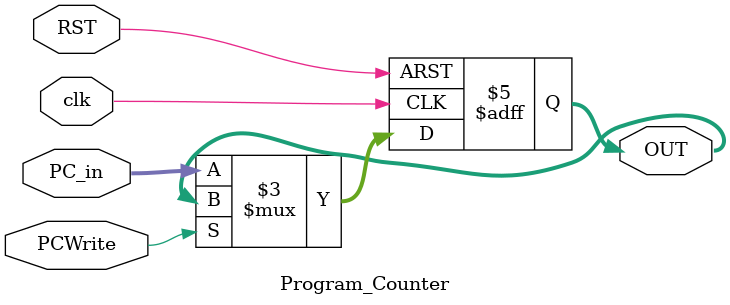
<source format=v>

module Program_Counter (clk,RST,OUT,PC_in,PCWrite); 
 
 input clk,RST,PCWrite;
 input [31:0] PC_in;
 output reg [31:0] OUT;
 
always@(posedge clk or posedge RST) 

	if(RST) 
		OUT<=32'd0;				//Gets address of next instruction on Fetch
	else if (PCWrite == 0)
		begin
			
			OUT<=PC_in[31:0];			//Branch Condition
		end
		
 endmodule
 


</source>
